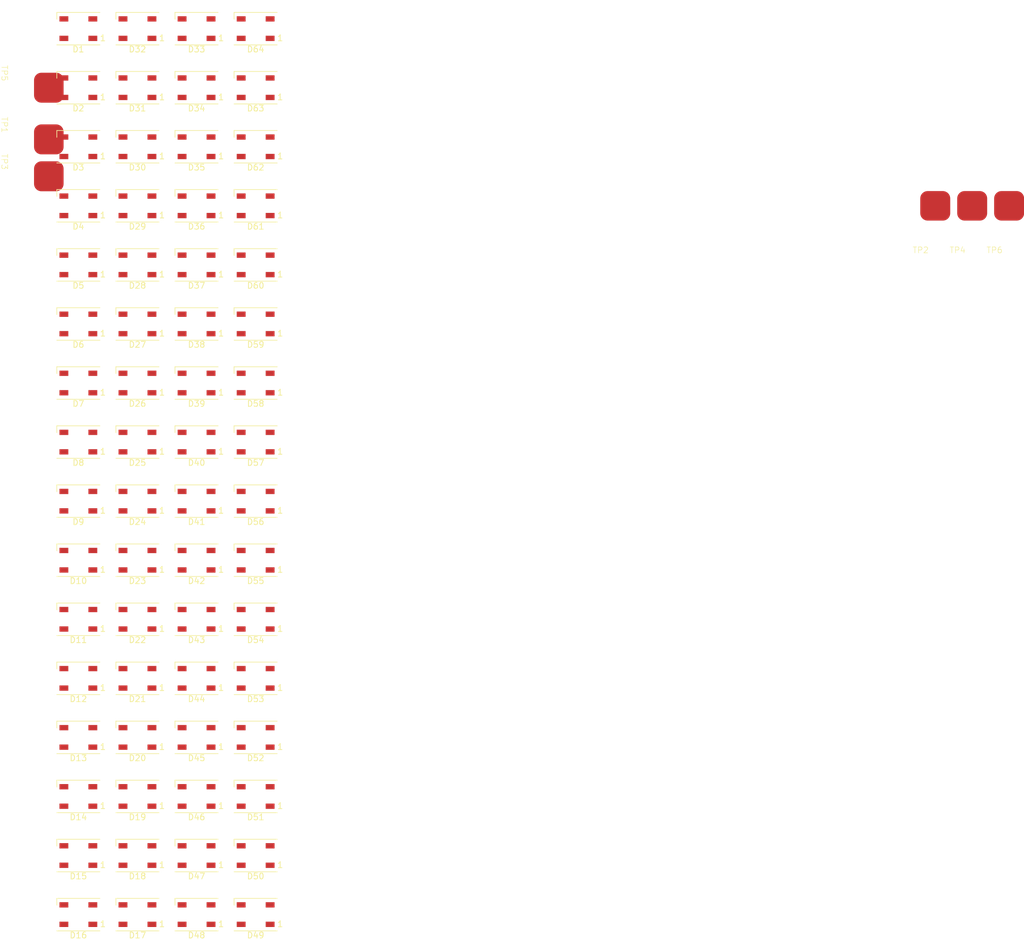
<source format=kicad_pcb>
(kicad_pcb (version 20240108) (generator "pcbnew") (generator_version "8.0")
  (layers (0 "F.Cu" signal) (31 "B.Cu" signal) (34 "B.Paste" user) (35 "F.Paste" user) (36 "B.SilkS" user "B.Silkscreen") (37 "F.SilkS" user "F.Silkscreen") (38 "B.Mask" user) (39 "F.Mask" user) (44 "Edge.Cuts" user))
  (net 0 "")
  (net 1 "+5V")
  (net 2 "Net-(D1-DIN)")
  (net 3 "GND")
  (net 4 "Net-(D1-DOUT)")
  (net 5 "Net-(D2-DOUT)")
  (net 6 "Net-(D3-DOUT)")
  (net 7 "Net-(D4-DOUT)")
  (net 8 "Net-(D5-DOUT)")
  (net 9 "Net-(D6-DOUT)")
  (net 10 "Net-(D7-DOUT)")
  (net 11 "Net-(D8-DOUT)")
  (net 12 "Net-(D10-DIN)")
  (net 13 "Net-(D10-DOUT)")
  (net 14 "Net-(D11-DOUT)")
  (net 15 "Net-(D12-DOUT)")
  (net 16 "Net-(D13-DOUT)")
  (net 17 "Net-(D14-DOUT)")
  (net 18 "Net-(D15-DOUT)")
  (net 19 "Net-(D16-DOUT)")
  (net 20 "Net-(D32-DOUT)")
  (net 21 "Net-(D33-DOUT)")
  (net 22 "Net-(D17-DOUT)")
  (net 23 "Net-(D35-DOUT)")
  (net 24 "Net-(D18-DOUT)")
  (net 25 "Net-(D19-DOUT)")
  (net 26 "Net-(D20-DOUT)")
  (net 27 "Net-(D21-DOUT)")
  (net 28 "Net-(D22-DOUT)")
  (net 29 "Net-(D23-DOUT)")
  (net 30 "Net-(D24-DOUT)")
  (net 31 "Net-(D25-DOUT)")
  (net 32 "Net-(D26-DOUT)")
  (net 33 "Net-(D27-DOUT)")
  (net 34 "Net-(D28-DOUT)")
  (net 35 "Net-(D29-DOUT)")
  (net 36 "Net-(D30-DOUT)")
  (net 37 "Net-(D31-DOUT)")
  (net 38 "Net-(D37-DOUT)")
  (net 39 "Net-(D39-DOUT)")
  (net 40 "Net-(D41-DOUT)")
  (net 41 "Net-(D43-DOUT)")
  (net 42 "Net-(D34-DOUT)")
  (net 43 "Net-(D45-DOUT)")
  (net 44 "Net-(D47-DOUT)")
  (net 45 "Net-(D36-DOUT)")
  (net 46 "Net-(D49-DOUT)")
  (net 47 "Net-(D38-DOUT)")
  (net 48 "Net-(D51-DOUT)")
  (net 49 "Net-(D40-DOUT)")
  (net 50 "Net-(D53-DOUT)")
  (net 51 "Net-(D42-DOUT)")
  (net 52 "Net-(D55-DOUT)")
  (net 53 "Net-(D44-DOUT)")
  (net 54 "Net-(D57-DOUT)")
  (net 55 "Net-(D46-DOUT)")
  (net 56 "Net-(D59-DOUT)")
  (net 57 "Net-(D48-DOUT)")
  (net 58 "Net-(D61-DOUT)")
  (net 59 "Net-(D50-DOUT)")
  (net 60 "Net-(D63-DOUT)")
  (net 61 "Net-(D52-DOUT)")
  (net 62 "Net-(D64-DOUT)")
  (net 63 "Net-(D54-DOUT)")
  (net 64 "Net-(D56-DOUT)")
  (net 65 "Net-(D58-DOUT)")
  (net 66 "Net-(D60-DOUT)")
  (net 67 "Net-(D62-DOUT)")
  (footprint "LED_SMD:LED_WS2812B_PLCC4_5.0x5.0mm_P3.2mm" (layer "F.Cu") (at 55 175 180)
    (property "Reference" "D49" (at 0 -3.5 180) (layer "F.SilkS"))
    (property "Value" "WS2812B")
    (fp_text user "1" (at -4.15 -1.6 180) (layer "F.SilkS"))
    (pad "1" smd rect (at -2.45 -1.65 180) (size 1.5 0.9) (layers "F.Cu" "F.Paste" "F.Mask") (net 1 "+5V"))
    (pad "2" smd rect (at -2.45 1.65 180) (size 1.5 0.9) (layers "F.Cu" "F.Paste" "F.Mask") (net 46 "Net-(D49-DOUT)"))
    (pad "3" smd rect (at 2.45 1.65 180) (size 1.5 0.9) (layers "F.Cu" "F.Paste" "F.Mask") (net 3 "GND"))
    (pad "4" smd rect (at 2.45 -1.65 180) (size 1.5 0.9) (layers "F.Cu" "F.Paste" "F.Mask") (net 57 "Net-(D48-DOUT)"))
  )
  (footprint "LED_SMD:LED_WS2812B_PLCC4_5.0x5.0mm_P3.2mm" (layer "F.Cu") (at 55 95 180)
    (property "Reference" "D57" (at 0 -3.5 180) (layer "F.SilkS"))
    (property "Value" "WS2812B")
    (fp_text user "1" (at -4.15 -1.6 180) (layer "F.SilkS"))
    (pad "1" smd rect (at -2.45 -1.65 180) (size 1.5 0.9) (layers "F.Cu" "F.Paste" "F.Mask") (net 1 "+5V"))
    (pad "2" smd rect (at -2.45 1.65 180) (size 1.5 0.9) (layers "F.Cu" "F.Paste" "F.Mask") (net 54 "Net-(D57-DOUT)"))
    (pad "3" smd rect (at 2.45 1.65 180) (size 1.5 0.9) (layers "F.Cu" "F.Paste" "F.Mask") (net 3 "GND"))
    (pad "4" smd rect (at 2.45 -1.65 180) (size 1.5 0.9) (layers "F.Cu" "F.Paste" "F.Mask") (net 64 "Net-(D56-DOUT)"))
  )
  (footprint "LED_SMD:LED_WS2812B_PLCC4_5.0x5.0mm_P3.2mm" (layer "F.Cu") (at 35 115 180)
    (property "Reference" "D23" (at 0 -3.5 180) (layer "F.SilkS"))
    (property "Value" "WS2812B")
    (fp_text user "1" (at -4.15 -1.6 180) (layer "F.SilkS"))
    (pad "1" smd rect (at -2.45 -1.65 180) (size 1.5 0.9) (layers "F.Cu" "F.Paste" "F.Mask") (net 1 "+5V"))
    (pad "2" smd rect (at -2.45 1.65 180) (size 1.5 0.9) (layers "F.Cu" "F.Paste" "F.Mask") (net 29 "Net-(D23-DOUT)"))
    (pad "3" smd rect (at 2.45 1.65 180) (size 1.5 0.9) (layers "F.Cu" "F.Paste" "F.Mask") (net 3 "GND"))
    (pad "4" smd rect (at 2.45 -1.65 180) (size 1.5 0.9) (layers "F.Cu" "F.Paste" "F.Mask") (net 28 "Net-(D22-DOUT)"))
  )
  (footprint "LED_SMD:LED_WS2812B_PLCC4_5.0x5.0mm_P3.2mm" (layer "F.Cu") (at 45 75 180)
    (property "Reference" "D38" (at 0 -3.5 180) (layer "F.SilkS"))
    (property "Value" "WS2812B")
    (fp_text user "1" (at -4.15 -1.6 180) (layer "F.SilkS"))
    (pad "1" smd rect (at -2.45 -1.65 180) (size 1.5 0.9) (layers "F.Cu" "F.Paste" "F.Mask") (net 1 "+5V"))
    (pad "2" smd rect (at -2.45 1.65 180) (size 1.5 0.9) (layers "F.Cu" "F.Paste" "F.Mask") (net 47 "Net-(D38-DOUT)"))
    (pad "3" smd rect (at 2.45 1.65 180) (size 1.5 0.9) (layers "F.Cu" "F.Paste" "F.Mask") (net 3 "GND"))
    (pad "4" smd rect (at 2.45 -1.65 180) (size 1.5 0.9) (layers "F.Cu" "F.Paste" "F.Mask") (net 38 "Net-(D37-DOUT)"))
  )
  (footprint "LED_SMD:LED_WS2812B_PLCC4_5.0x5.0mm_P3.2mm" (layer "F.Cu") (at 45 25 180)
    (property "Reference" "D33" (at 0 -3.5 180) (layer "F.SilkS"))
    (property "Value" "WS2812B")
    (fp_text user "1" (at -4.15 -1.6 180) (layer "F.SilkS"))
    (pad "1" smd rect (at -2.45 -1.65 180) (size 1.5 0.9) (layers "F.Cu" "F.Paste" "F.Mask") (net 1 "+5V"))
    (pad "2" smd rect (at -2.45 1.65 180) (size 1.5 0.9) (layers "F.Cu" "F.Paste" "F.Mask") (net 21 "Net-(D33-DOUT)"))
    (pad "3" smd rect (at 2.45 1.65 180) (size 1.5 0.9) (layers "F.Cu" "F.Paste" "F.Mask") (net 3 "GND"))
    (pad "4" smd rect (at 2.45 -1.65 180) (size 1.5 0.9) (layers "F.Cu" "F.Paste" "F.Mask") (net 20 "Net-(D32-DOUT)"))
  )
  (footprint "LED_SMD:LED_WS2812B_PLCC4_5.0x5.0mm_P3.2mm" (layer "F.Cu") (at 35 155 180)
    (property "Reference" "D19" (at 0 -3.5 180) (layer "F.SilkS"))
    (property "Value" "WS2812B")
    (fp_text user "1" (at -4.15 -1.6 180) (layer "F.SilkS"))
    (pad "1" smd rect (at -2.45 -1.65 180) (size 1.5 0.9) (layers "F.Cu" "F.Paste" "F.Mask") (net 1 "+5V"))
    (pad "2" smd rect (at -2.45 1.65 180) (size 1.5 0.9) (layers "F.Cu" "F.Paste" "F.Mask") (net 25 "Net-(D19-DOUT)"))
    (pad "3" smd rect (at 2.45 1.65 180) (size 1.5 0.9) (layers "F.Cu" "F.Paste" "F.Mask") (net 3 "GND"))
    (pad "4" smd rect (at 2.45 -1.65 180) (size 1.5 0.9) (layers "F.Cu" "F.Paste" "F.Mask") (net 24 "Net-(D18-DOUT)"))
  )
  (footprint "LED_SMD:LED_WS2812B_PLCC4_5.0x5.0mm_P3.2mm" (layer "F.Cu") (at 25 165 180)
    (property "Reference" "D15" (at 0 -3.5 180) (layer "F.SilkS"))
    (property "Value" "WS2812B")
    (fp_text user "1" (at -4.15 -1.6 180) (layer "F.SilkS"))
    (pad "1" smd rect (at -2.45 -1.65 180) (size 1.5 0.9) (layers "F.Cu" "F.Paste" "F.Mask") (net 1 "+5V"))
    (pad "2" smd rect (at -2.45 1.65 180) (size 1.5 0.9) (layers "F.Cu" "F.Paste" "F.Mask") (net 18 "Net-(D15-DOUT)"))
    (pad "3" smd rect (at 2.45 1.65 180) (size 1.5 0.9) (layers "F.Cu" "F.Paste" "F.Mask") (net 3 "GND"))
    (pad "4" smd rect (at 2.45 -1.65 180) (size 1.5 0.9) (layers "F.Cu" "F.Paste" "F.Mask") (net 17 "Net-(D14-DOUT)"))
  )
  (footprint "LED_SMD:LED_WS2812B_PLCC4_5.0x5.0mm_P3.2mm" (layer "F.Cu") (at 55 165 180)
    (property "Reference" "D50" (at 0 -3.5 180) (layer "F.SilkS"))
    (property "Value" "WS2812B")
    (fp_text user "1" (at -4.15 -1.6 180) (layer "F.SilkS"))
    (pad "1" smd rect (at -2.45 -1.65 180) (size 1.5 0.9) (layers "F.Cu" "F.Paste" "F.Mask") (net 1 "+5V"))
    (pad "2" smd rect (at -2.45 1.65 180) (size 1.5 0.9) (layers "F.Cu" "F.Paste" "F.Mask") (net 59 "Net-(D50-DOUT)"))
    (pad "3" smd rect (at 2.45 1.65 180) (size 1.5 0.9) (layers "F.Cu" "F.Paste" "F.Mask") (net 3 "GND"))
    (pad "4" smd rect (at 2.45 -1.65 180) (size 1.5 0.9) (layers "F.Cu" "F.Paste" "F.Mask") (net 46 "Net-(D49-DOUT)"))
  )
  (footprint "LED_SMD:LED_WS2812B_PLCC4_5.0x5.0mm_P3.2mm" (layer "F.Cu") (at 25 25 180)
    (property "Reference" "D1" (at 0 -3.5 180) (layer "F.SilkS"))
    (property "Value" "WS2812B")
    (fp_text user "1" (at -4.15 -1.6 180) (layer "F.SilkS"))
    (pad "1" smd rect (at -2.45 -1.65 180) (size 1.5 0.9) (layers "F.Cu" "F.Paste" "F.Mask") (net 1 "+5V"))
    (pad "2" smd rect (at -2.45 1.65 180) (size 1.5 0.9) (layers "F.Cu" "F.Paste" "F.Mask") (net 4 "Net-(D1-DOUT)"))
    (pad "3" smd rect (at 2.45 1.65 180) (size 1.5 0.9) (layers "F.Cu" "F.Paste" "F.Mask") (net 3 "GND"))
    (pad "4" smd rect (at 2.45 -1.65 180) (size 1.5 0.9) (layers "F.Cu" "F.Paste" "F.Mask") (net 2 "Net-(D1-DIN)"))
  )
  (footprint "LED_SMD:LED_WS2812B_PLCC4_5.0x5.0mm_P3.2mm" (layer "F.Cu") (at 25 95 180)
    (property "Reference" "D8" (at 0 -3.5 180) (layer "F.SilkS"))
    (property "Value" "WS2812B")
    (fp_text user "1" (at -4.15 -1.6 180) (layer "F.SilkS"))
    (pad "1" smd rect (at -2.45 -1.65 180) (size 1.5 0.9) (layers "F.Cu" "F.Paste" "F.Mask") (net 1 "+5V"))
    (pad "2" smd rect (at -2.45 1.65 180) (size 1.5 0.9) (layers "F.Cu" "F.Paste" "F.Mask") (net 11 "Net-(D8-DOUT)"))
    (pad "3" smd rect (at 2.45 1.65 180) (size 1.5 0.9) (layers "F.Cu" "F.Paste" "F.Mask") (net 3 "GND"))
    (pad "4" smd rect (at 2.45 -1.65 180) (size 1.5 0.9) (layers "F.Cu" "F.Paste" "F.Mask") (net 10 "Net-(D7-DOUT)"))
  )
  (footprint "LED_SMD:LED_WS2812B_PLCC4_5.0x5.0mm_P3.2mm" (layer "F.Cu") (at 45 165 180)
    (property "Reference" "D47" (at 0 -3.5 180) (layer "F.SilkS"))
    (property "Value" "WS2812B")
    (fp_text user "1" (at -4.15 -1.6 180) (layer "F.SilkS"))
    (pad "1" smd rect (at -2.45 -1.65 180) (size 1.5 0.9) (layers "F.Cu" "F.Paste" "F.Mask") (net 1 "+5V"))
    (pad "2" smd rect (at -2.45 1.65 180) (size 1.5 0.9) (layers "F.Cu" "F.Paste" "F.Mask") (net 44 "Net-(D47-DOUT)"))
    (pad "3" smd rect (at 2.45 1.65 180) (size 1.5 0.9) (layers "F.Cu" "F.Paste" "F.Mask") (net 3 "GND"))
    (pad "4" smd rect (at 2.45 -1.65 180) (size 1.5 0.9) (layers "F.Cu" "F.Paste" "F.Mask") (net 55 "Net-(D46-DOUT)"))
  )
  (footprint "LED_SMD:LED_WS2812B_PLCC4_5.0x5.0mm_P3.2mm" (layer "F.Cu") (at 55 135 180)
    (property "Reference" "D53" (at 0 -3.5 180) (layer "F.SilkS"))
    (property "Value" "WS2812B")
    (fp_text user "1" (at -4.15 -1.6 180) (layer "F.SilkS"))
    (pad "1" smd rect (at -2.45 -1.65 180) (size 1.5 0.9) (layers "F.Cu" "F.Paste" "F.Mask") (net 1 "+5V"))
    (pad "2" smd rect (at -2.45 1.65 180) (size 1.5 0.9) (layers "F.Cu" "F.Paste" "F.Mask") (net 50 "Net-(D53-DOUT)"))
    (pad "3" smd rect (at 2.45 1.65 180) (size 1.5 0.9) (layers "F.Cu" "F.Paste" "F.Mask") (net 3 "GND"))
    (pad "4" smd rect (at 2.45 -1.65 180) (size 1.5 0.9) (layers "F.Cu" "F.Paste" "F.Mask") (net 61 "Net-(D52-DOUT)"))
  )
  (footprint "LED_SMD:LED_WS2812B_PLCC4_5.0x5.0mm_P3.2mm" (layer "F.Cu") (at 55 75 180)
    (property "Reference" "D59" (at 0 -3.5 180) (layer "F.SilkS"))
    (property "Value" "WS2812B")
    (fp_text user "1" (at -4.15 -1.6 180) (layer "F.SilkS"))
    (pad "1" smd rect (at -2.45 -1.65 180) (size 1.5 0.9) (layers "F.Cu" "F.Paste" "F.Mask") (net 1 "+5V"))
    (pad "2" smd rect (at -2.45 1.65 180) (size 1.5 0.9) (layers "F.Cu" "F.Paste" "F.Mask") (net 56 "Net-(D59-DOUT)"))
    (pad "3" smd rect (at 2.45 1.65 180) (size 1.5 0.9) (layers "F.Cu" "F.Paste" "F.Mask") (net 3 "GND"))
    (pad "4" smd rect (at 2.45 -1.65 180) (size 1.5 0.9) (layers "F.Cu" "F.Paste" "F.Mask") (net 65 "Net-(D58-DOUT)"))
  )
  (footprint "LED_SMD:LED_WS2812B_PLCC4_5.0x5.0mm_P3.2mm" (layer "F.Cu") (at 25 135 180)
    (property "Reference" "D12" (at 0 -3.5 180) (layer "F.SilkS"))
    (property "Value" "WS2812B")
    (fp_text user "1" (at -4.15 -1.6 180) (layer "F.SilkS"))
    (pad "1" smd rect (at -2.45 -1.65 180) (size 1.5 0.9) (layers "F.Cu" "F.Paste" "F.Mask") (net 1 "+5V"))
    (pad "2" smd rect (at -2.45 1.65 180) (size 1.5 0.9) (layers "F.Cu" "F.Paste" "F.Mask") (net 15 "Net-(D12-DOUT)"))
    (pad "3" smd rect (at 2.45 1.65 180) (size 1.5 0.9) (layers "F.Cu" "F.Paste" "F.Mask") (net 3 "GND"))
    (pad "4" smd rect (at 2.45 -1.65 180) (size 1.5 0.9) (layers "F.Cu" "F.Paste" "F.Mask") (net 14 "Net-(D11-DOUT)"))
  )
  (footprint "LED_SMD:LED_WS2812B_PLCC4_5.0x5.0mm_P3.2mm" (layer "F.Cu") (at 25 105 180)
    (property "Reference" "D9" (at 0 -3.5 180) (layer "F.SilkS"))
    (property "Value" "WS2812B")
    (fp_text user "1" (at -4.15 -1.6 180) (layer "F.SilkS"))
    (pad "1" smd rect (at -2.45 -1.65 180) (size 1.5 0.9) (layers "F.Cu" "F.Paste" "F.Mask") (net 1 "+5V"))
    (pad "2" smd rect (at -2.45 1.65 180) (size 1.5 0.9) (layers "F.Cu" "F.Paste" "F.Mask") (net 12 "Net-(D10-DIN)"))
    (pad "3" smd rect (at 2.45 1.65 180) (size 1.5 0.9) (layers "F.Cu" "F.Paste" "F.Mask") (net 3 "GND"))
    (pad "4" smd rect (at 2.45 -1.65 180) (size 1.5 0.9) (layers "F.Cu" "F.Paste" "F.Mask") (net 11 "Net-(D8-DOUT)"))
  )
  (footprint "LED_SMD:LED_WS2812B_PLCC4_5.0x5.0mm_P3.2mm" (layer "F.Cu") (at 35 45 180)
    (property "Reference" "D30" (at 0 -3.5 180) (layer "F.SilkS"))
    (property "Value" "WS2812B")
    (fp_text user "1" (at -4.15 -1.6 180) (layer "F.SilkS"))
    (pad "1" smd rect (at -2.45 -1.65 180) (size 1.5 0.9) (layers "F.Cu" "F.Paste" "F.Mask") (net 1 "+5V"))
    (pad "2" smd rect (at -2.45 1.65 180) (size 1.5 0.9) (layers "F.Cu" "F.Paste" "F.Mask") (net 36 "Net-(D30-DOUT)"))
    (pad "3" smd rect (at 2.45 1.65 180) (size 1.5 0.9) (layers "F.Cu" "F.Paste" "F.Mask") (net 3 "GND"))
    (pad "4" smd rect (at 2.45 -1.65 180) (size 1.5 0.9) (layers "F.Cu" "F.Paste" "F.Mask") (net 35 "Net-(D29-DOUT)"))
  )
  (footprint "LED_SMD:LED_WS2812B_PLCC4_5.0x5.0mm_P3.2mm" (layer "F.Cu") (at 45 35 180)
    (property "Reference" "D34" (at 0 -3.5 180) (layer "F.SilkS"))
    (property "Value" "WS2812B")
    (fp_text user "1" (at -4.15 -1.6 180) (layer "F.SilkS"))
    (pad "1" smd rect (at -2.45 -1.65 180) (size 1.5 0.9) (layers "F.Cu" "F.Paste" "F.Mask") (net 1 "+5V"))
    (pad "2" smd rect (at -2.45 1.65 180) (size 1.5 0.9) (layers "F.Cu" "F.Paste" "F.Mask") (net 42 "Net-(D34-DOUT)"))
    (pad "3" smd rect (at 2.45 1.65 180) (size 1.5 0.9) (layers "F.Cu" "F.Paste" "F.Mask") (net 3 "GND"))
    (pad "4" smd rect (at 2.45 -1.65 180) (size 1.5 0.9) (layers "F.Cu" "F.Paste" "F.Mask") (net 21 "Net-(D33-DOUT)"))
  )
  (footprint "LED_SMD:LED_WS2812B_PLCC4_5.0x5.0mm_P3.2mm" (layer "F.Cu") (at 45 115 180)
    (property "Reference" "D42" (at 0 -3.5 180) (layer "F.SilkS"))
    (property "Value" "WS2812B")
    (fp_text user "1" (at -4.15 -1.6 180) (layer "F.SilkS"))
    (pad "1" smd rect (at -2.45 -1.65 180) (size 1.5 0.9) (layers "F.Cu" "F.Paste" "F.Mask") (net 1 "+5V"))
    (pad "2" smd rect (at -2.45 1.65 180) (size 1.5 0.9) (layers "F.Cu" "F.Paste" "F.Mask") (net 51 "Net-(D42-DOUT)"))
    (pad "3" smd rect (at 2.45 1.65 180) (size 1.5 0.9) (layers "F.Cu" "F.Paste" "F.Mask") (net 3 "GND"))
    (pad "4" smd rect (at 2.45 -1.65 180) (size 1.5 0.9) (layers "F.Cu" "F.Paste" "F.Mask") (net 40 "Net-(D41-DOUT)"))
  )
  (footprint "Pegoku:TestPoint" (layer "F.Cu") (at 167.53575 57.5)
    (property "Reference" "TP2" (at 0 5 0) (layer "F.SilkS") (effects (font (thickness 0.1))))
    (property "Value" "TestPoint")
    (pad "1" smd roundrect (at 2.46425 -2.5) (size 5.0715 5) (layers "F.Cu" "F.Paste" "F.Mask") (net 1 "+5V"))
  )
  (footprint "LED_SMD:LED_WS2812B_PLCC4_5.0x5.0mm_P3.2mm" (layer "F.Cu") (at 25 155 180)
    (property "Reference" "D14" (at 0 -3.5 180) (layer "F.SilkS"))
    (property "Value" "WS2812B")
    (fp_text user "1" (at -4.15 -1.6 180) (layer "F.SilkS"))
    (pad "1" smd rect (at -2.45 -1.65 180) (size 1.5 0.9) (layers "F.Cu" "F.Paste" "F.Mask") (net 1 "+5V"))
    (pad "2" smd rect (at -2.45 1.65 180) (size 1.5 0.9) (layers "F.Cu" "F.Paste" "F.Mask") (net 17 "Net-(D14-DOUT)"))
    (pad "3" smd rect (at 2.45 1.65 180) (size 1.5 0.9) (layers "F.Cu" "F.Paste" "F.Mask") (net 3 "GND"))
    (pad "4" smd rect (at 2.45 -1.65 180) (size 1.5 0.9) (layers "F.Cu" "F.Paste" "F.Mask") (net 16 "Net-(D13-DOUT)"))
  )
  (footprint "LED_SMD:LED_WS2812B_PLCC4_5.0x5.0mm_P3.2mm" (layer "F.Cu") (at 35 85 180)
    (property "Reference" "D26" (at 0 -3.5 180) (layer "F.SilkS"))
    (property "Value" "WS2812B")
    (fp_text user "1" (at -4.15 -1.6 180) (layer "F.SilkS"))
    (pad "1" smd rect (at -2.45 -1.65 180) (size 1.5 0.9) (layers "F.Cu" "F.Paste" "F.Mask") (net 1 "+5V"))
    (pad "2" smd rect (at -2.45 1.65 180) (size 1.5 0.9) (layers "F.Cu" "F.Paste" "F.Mask") (net 32 "Net-(D26-DOUT)"))
    (pad "3" smd rect (at 2.45 1.65 180) (size 1.5 0.9) (layers "F.Cu" "F.Paste" "F.Mask") (net 3 "GND"))
    (pad "4" smd rect (at 2.45 -1.65 180) (size 1.5 0.9) (layers "F.Cu" "F.Paste" "F.Mask") (net 31 "Net-(D25-DOUT)"))
  )
  (footprint "LED_SMD:LED_WS2812B_PLCC4_5.0x5.0mm_P3.2mm" (layer "F.Cu") (at 55 105 180)
    (property "Reference" "D56" (at 0 -3.5 180) (layer "F.SilkS"))
    (property "Value" "WS2812B")
    (fp_text user "1" (at -4.15 -1.6 180) (layer "F.SilkS"))
    (pad "1" smd rect (at -2.45 -1.65 180) (size 1.5 0.9) (layers "F.Cu" "F.Paste" "F.Mask") (net 1 "+5V"))
    (pad "2" smd rect (at -2.45 1.65 180) (size 1.5 0.9) (layers "F.Cu" "F.Paste" "F.Mask") (net 64 "Net-(D56-DOUT)"))
    (pad "3" smd rect (at 2.45 1.65 180) (size 1.5 0.9) (layers "F.Cu" "F.Paste" "F.Mask") (net 3 "GND"))
    (pad "4" smd rect (at 2.45 -1.65 180) (size 1.5 0.9) (layers "F.Cu" "F.Paste" "F.Mask") (net 52 "Net-(D55-DOUT)"))
  )
  (footprint "LED_SMD:LED_WS2812B_PLCC4_5.0x5.0mm_P3.2mm" (layer "F.Cu") (at 25 45 180)
    (property "Reference" "D3" (at 0 -3.5 180) (layer "F.SilkS"))
    (property "Value" "WS2812B")
    (fp_text user "1" (at -4.15 -1.6 180) (layer "F.SilkS"))
    (pad "1" smd rect (at -2.45 -1.65 180) (size 1.5 0.9) (layers "F.Cu" "F.Paste" "F.Mask") (net 1 "+5V"))
    (pad "2" smd rect (at -2.45 1.65 180) (size 1.5 0.9) (layers "F.Cu" "F.Paste" "F.Mask") (net 6 "Net-(D3-DOUT)"))
    (pad "3" smd rect (at 2.45 1.65 180) (size 1.5 0.9) (layers "F.Cu" "F.Paste" "F.Mask") (net 3 "GND"))
    (pad "4" smd rect (at 2.45 -1.65 180) (size 1.5 0.9) (layers "F.Cu" "F.Paste" "F.Mask") (net 5 "Net-(D2-DOUT)"))
  )
  (footprint "LED_SMD:LED_WS2812B_PLCC4_5.0x5.0mm_P3.2mm" (layer "F.Cu") (at 55 145 180)
    (property "Reference" "D52" (at 0 -3.5 180) (layer "F.SilkS"))
    (property "Value" "WS2812B")
    (fp_text user "1" (at -4.15 -1.6 180) (layer "F.SilkS"))
    (pad "1" smd rect (at -2.45 -1.65 180) (size 1.5 0.9) (layers "F.Cu" "F.Paste" "F.Mask") (net 1 "+5V"))
    (pad "2" smd rect (at -2.45 1.65 180) (size 1.5 0.9) (layers "F.Cu" "F.Paste" "F.Mask") (net 61 "Net-(D52-DOUT)"))
    (pad "3" smd rect (at 2.45 1.65 180) (size 1.5 0.9) (layers "F.Cu" "F.Paste" "F.Mask") (net 3 "GND"))
    (pad "4" smd rect (at 2.45 -1.65 180) (size 1.5 0.9) (layers "F.Cu" "F.Paste" "F.Mask") (net 48 "Net-(D51-DOUT)"))
  )
  (footprint "LED_SMD:LED_WS2812B_PLCC4_5.0x5.0mm_P3.2mm" (layer "F.Cu") (at 45 55 180)
    (property "Reference" "D36" (at 0 -3.5 180) (layer "F.SilkS"))
    (property "Value" "WS2812B")
    (fp_text user "1" (at -4.15 -1.6 180) (layer "F.SilkS"))
    (pad "1" smd rect (at -2.45 -1.65 180) (size 1.5 0.9) (layers "F.Cu" "F.Paste" "F.Mask") (net 1 "+5V"))
    (pad "2" smd rect (at -2.45 1.65 180) (size 1.5 0.9) (layers "F.Cu" "F.Paste" "F.Mask") (net 45 "Net-(D36-DOUT)"))
    (pad "3" smd rect (at 2.45 1.65 180) (size 1.5 0.9) (layers "F.Cu" "F.Paste" "F.Mask") (net 3 "GND"))
    (pad "4" smd rect (at 2.45 -1.65 180) (size 1.5 0.9) (layers "F.Cu" "F.Paste" "F.Mask") (net 23 "Net-(D35-DOUT)"))
  )
  (footprint "LED_SMD:LED_WS2812B_PLCC4_5.0x5.0mm_P3.2mm" (layer "F.Cu") (at 25 125 180)
    (property "Reference" "D11" (at 0 -3.5 180) (layer "F.SilkS"))
    (property "Value" "WS2812B")
    (fp_text user "1" (at -4.15 -1.6 180) (layer "F.SilkS"))
    (pad "1" smd rect (at -2.45 -1.65 180) (size 1.5 0.9) (layers "F.Cu" "F.Paste" "F.Mask") (net 1 "+5V"))
    (pad "2" smd rect (at -2.45 1.65 180) (size 1.5 0.9) (layers "F.Cu" "F.Paste" "F.Mask") (net 14 "Net-(D11-DOUT)"))
    (pad "3" smd rect (at 2.45 1.65 180) (size 1.5 0.9) (layers "F.Cu" "F.Paste" "F.Mask") (net 3 "GND"))
    (pad "4" smd rect (at 2.45 -1.65 180) (size 1.5 0.9) (layers "F.Cu" "F.Paste" "F.Mask") (net 13 "Net-(D10-DOUT)"))
  )
  (footprint "LED_SMD:LED_WS2812B_PLCC4_5.0x5.0mm_P3.2mm" (layer "F.Cu") (at 35 75 180)
    (property "Reference" "D27" (at 0 -3.5 180) (layer "F.SilkS"))
    (property "Value" "WS2812B")
    (fp_text user "1" (at -4.15 -1.6 180) (layer "F.SilkS"))
    (pad "1" smd rect (at -2.45 -1.65 180) (size 1.5 0.9) (layers "F.Cu" "F.Paste" "F.Mask") (net 1 "+5V"))
    (pad "2" smd rect (at -2.45 1.65 180) (size 1.5 0.9) (layers "F.Cu" "F.Paste" "F.Mask") (net 33 "Net-(D27-DOUT)"))
    (pad "3" smd rect (at 2.45 1.65 180) (size 1.5 0.9) (layers "F.Cu" "F.Paste" "F.Mask") (net 3 "GND"))
    (pad "4" smd rect (at 2.45 -1.65 180) (size 1.5 0.9) (layers "F.Cu" "F.Paste" "F.Mask") (net 32 "Net-(D26-DOUT)"))
  )
  (footprint "LED_SMD:LED_WS2812B_PLCC4_5.0x5.0mm_P3.2mm" (layer "F.Cu") (at 25 65 180)
    (property "Reference" "D5" (at 0 -3.5 180) (layer "F.SilkS"))
    (property "Value" "WS2812B")
    (fp_text user "1" (at -4.15 -1.6 180) (layer "F.SilkS"))
    (pad "1" smd rect (at -2.45 -1.65 180) (size 1.5 0.9) (layers "F.Cu" "F.Paste" "F.Mask") (net 1 "+5V"))
    (pad "2" smd rect (at -2.45 1.65 180) (size 1.5 0.9) (layers "F.Cu" "F.Paste" "F.Mask") (net 8 "Net-(D5-DOUT)"))
    (pad "3" smd rect (at 2.45 1.65 180) (size 1.5 0.9) (layers "F.Cu" "F.Paste" "F.Mask") (net 3 "GND"))
    (pad "4" smd rect (at 2.45 -1.65 180) (size 1.5 0.9) (layers "F.Cu" "F.Paste" "F.Mask") (net 7 "Net-(D4-DOUT)"))
  )
  (footprint "LED_SMD:LED_WS2812B_PLCC4_5.0x5.0mm_P3.2mm" (layer "F.Cu") (at 35 25 180)
    (property "Reference" "D32" (at 0 -3.5 180) (layer "F.SilkS"))
    (property "Value" "WS2812B")
    (fp_text user "1" (at -4.15 -1.6 180) (layer "F.SilkS"))
    (pad "1" smd rect (at -2.45 -1.65 180) (size 1.5 0.9) (layers "F.Cu" "F.Paste" "F.Mask") (net 1 "+5V"))
    (pad "2" smd rect (at -2.45 1.65 180) (size 1.5 0.9) (layers "F.Cu" "F.Paste" "F.Mask") (net 20 "Net-(D32-DOUT)"))
    (pad "3" smd rect (at 2.45 1.65 180) (size 1.5 0.9) (layers "F.Cu" "F.Paste" "F.Mask") (net 3 "GND"))
    (pad "4" smd rect (at 2.45 -1.65 180) (size 1.5 0.9) (layers "F.Cu" "F.Paste" "F.Mask") (net 37 "Net-(D31-DOUT)"))
  )
  (footprint "LED_SMD:LED_WS2812B_PLCC4_5.0x5.0mm_P3.2mm" (layer "F.Cu") (at 55 25 180)
    (property "Reference" "D64" (at 0 -3.5 180) (layer "F.SilkS"))
    (property "Value" "WS2812B")
    (fp_text user "1" (at -4.15 -1.6 180) (layer "F.SilkS"))
    (pad "1" smd rect (at -2.45 -1.65 180) (size 1.5 0.9) (layers "F.Cu" "F.Paste" "F.Mask") (net 1 "+5V"))
    (pad "2" smd rect (at -2.45 1.65 180) (size 1.5 0.9) (layers "F.Cu" "F.Paste" "F.Mask") (net 62 "Net-(D64-DOUT)"))
    (pad "3" smd rect (at 2.45 1.65 180) (size 1.5 0.9) (layers "F.Cu" "F.Paste" "F.Mask") (net 3 "GND"))
    (pad "4" smd rect (at 2.45 -1.65 180) (size 1.5 0.9) (layers "F.Cu" "F.Paste" "F.Mask") (net 60 "Net-(D63-DOUT)"))
  )
  (footprint "LED_SMD:LED_WS2812B_PLCC4_5.0x5.0mm_P3.2mm" (layer "F.Cu") (at 45 145 180)
    (property "Reference" "D45" (at 0 -3.5 180) (layer "F.SilkS"))
    (property "Value" "WS2812B")
    (fp_text user "1" (at -4.15 -1.6 180) (layer "F.SilkS"))
    (pad "1" smd rect (at -2.45 -1.65 180) (size 1.5 0.9) (layers "F.Cu" "F.Paste" "F.Mask") (net 1 "+5V"))
    (pad "2" smd rect (at -2.45 1.65 180) (size 1.5 0.9) (layers "F.Cu" "F.Paste" "F.Mask") (net 43 "Net-(D45-DOUT)"))
    (pad "3" smd rect (at 2.45 1.65 180) (size 1.5 0.9) (layers "F.Cu" "F.Paste" "F.Mask") (net 3 "GND"))
    (pad "4" smd rect (at 2.45 -1.65 180) (size 1.5 0.9) (layers "F.Cu" "F.Paste" "F.Mask") (net 53 "Net-(D44-DOUT)"))
  )
  (footprint "LED_SMD:LED_WS2812B_PLCC4_5.0x5.0mm_P3.2mm" (layer "F.Cu") (at 35 165 180)
    (property "Reference" "D18" (at 0 -3.5 180) (layer "F.SilkS"))
    (property "Value" "WS2812B")
    (fp_text user "1" (at -4.15 -1.6 180) (layer "F.SilkS"))
    (pad "1" smd rect (at -2.45 -1.65 180) (size 1.5 0.9) (layers "F.Cu" "F.Paste" "F.Mask") (net 1 "+5V"))
    (pad "2" smd rect (at -2.45 1.65 180) (size 1.5 0.9) (layers "F.Cu" "F.Paste" "F.Mask") (net 24 "Net-(D18-DOUT)"))
    (pad "3" smd rect (at 2.45 1.65 180) (size 1.5 0.9) (layers "F.Cu" "F.Paste" "F.Mask") (net 3 "GND"))
    (pad "4" smd rect (at 2.45 -1.65 180) (size 1.5 0.9) (layers "F.Cu" "F.Paste" "F.Mask") (net 22 "Net-(D17-DOUT)"))
  )
  (footprint "LED_SMD:LED_WS2812B_PLCC4_5.0x5.0mm_P3.2mm" (layer "F.Cu") (at 55 45 180)
    (property "Reference" "D62" (at 0 -3.5 180) (layer "F.SilkS"))
    (property "Value" "WS2812B")
    (fp_text user "1" (at -4.15 -1.6 180) (layer "F.SilkS"))
    (pad "1" smd rect (at -2.45 -1.65 180) (size 1.5 0.9) (layers "F.Cu" "F.Paste" "F.Mask") (net 1 "+5V"))
    (pad "2" smd rect (at -2.45 1.65 180) (size 1.5 0.9) (layers "F.Cu" "F.Paste" "F.Mask") (net 67 "Net-(D62-DOUT)"))
    (pad "3" smd rect (at 2.45 1.65 180) (size 1.5 0.9) (layers "F.Cu" "F.Paste" "F.Mask") (net 3 "GND"))
    (pad "4" smd rect (at 2.45 -1.65 180) (size 1.5 0.9) (layers "F.Cu" "F.Paste" "F.Mask") (net 58 "Net-(D61-DOUT)"))
  )
  (footprint "LED_SMD:LED_WS2812B_PLCC4_5.0x5.0mm_P3.2mm" (layer "F.Cu") (at 25 145 180)
    (property "Reference" "D13" (at 0 -3.5 180) (layer "F.SilkS"))
    (property "Value" "WS2812B")
    (fp_text user "1" (at -4.15 -1.6 180) (layer "F.SilkS"))
    (pad "1" smd rect (at -2.45 -1.65 180) (size 1.5 0.9) (layers "F.Cu" "F.Paste" "F.Mask") (net 1 "+5V"))
    (pad "2" smd rect (at -2.45 1.65 180) (size 1.5 0.9) (layers "F.Cu" "F.Paste" "F.Mask") (net 16 "Net-(D13-DOUT)"))
    (pad "3" smd rect (at 2.45 1.65 180) (size 1.5 0.9) (layers "F.Cu" "F.Paste" "F.Mask") (net 3 "GND"))
    (pad "4" smd rect (at 2.45 -1.65 180) (size 1.5 0.9) (layers "F.Cu" "F.Paste" "F.Mask") (net 15 "Net-(D12-DOUT)"))
  )
  (footprint "LED_SMD:LED_WS2812B_PLCC4_5.0x5.0mm_P3.2mm" (layer "F.Cu") (at 45 65 180)
    (property "Reference" "D37" (at 0 -3.5 180) (layer "F.SilkS"))
    (property "Value" "WS2812B")
    (fp_text user "1" (at -4.15 -1.6 180) (layer "F.SilkS"))
    (pad "1" smd rect (at -2.45 -1.65 180) (size 1.5 0.9) (layers "F.Cu" "F.Paste" "F.Mask") (net 1 "+5V"))
    (pad "2" smd rect (at -2.45 1.65 180) (size 1.5 0.9) (layers "F.Cu" "F.Paste" "F.Mask") (net 38 "Net-(D37-DOUT)"))
    (pad "3" smd rect (at 2.45 1.65 180) (size 1.5 0.9) (layers "F.Cu" "F.Paste" "F.Mask") (net 3 "GND"))
    (pad "4" smd rect (at 2.45 -1.65 180) (size 1.5 0.9) (layers "F.Cu" "F.Paste" "F.Mask") (net 45 "Net-(D36-DOUT)"))
  )
  (footprint "LED_SMD:LED_WS2812B_PLCC4_5.0x5.0mm_P3.2mm" (layer "F.Cu") (at 35 125 180)
    (property "Reference" "D22" (at 0 -3.5 180) (layer "F.SilkS"))
    (property "Value" "WS2812B")
    (fp_text user "1" (at -4.15 -1.6 180) (layer "F.SilkS"))
    (pad "1" smd rect (at -2.45 -1.65 180) (size 1.5 0.9) (layers "F.Cu" "F.Paste" "F.Mask") (net 1 "+5V"))
    (pad "2" smd rect (at -2.45 1.65 180) (size 1.5 0.9) (layers "F.Cu" "F.Paste" "F.Mask") (net 28 "Net-(D22-DOUT)"))
    (pad "3" smd rect (at 2.45 1.65 180) (size 1.5 0.9) (layers "F.Cu" "F.Paste" "F.Mask") (net 3 "GND"))
    (pad "4" smd rect (at 2.45 -1.65 180) (size 1.5 0.9) (layers "F.Cu" "F.Paste" "F.Mask") (net 27 "Net-(D21-DOUT)"))
  )
  (footprint "LED_SMD:LED_WS2812B_PLCC4_5.0x5.0mm_P3.2mm" (layer "F.Cu") (at 45 125 180)
    (property "Reference" "D43" (at 0 -3.5 180) (layer "F.SilkS"))
    (property "Value" "WS2812B")
    (fp_text user "1" (at -4.15 -1.6 180) (layer "F.SilkS"))
    (pad "1" smd rect (at -2.45 -1.65 180) (size 1.5 0.9) (layers "F.Cu" "F.Paste" "F.Mask") (net 1 "+5V"))
    (pad "2" smd rect (at -2.45 1.65 180) (size 1.5 0.9) (layers "F.Cu" "F.Paste" "F.Mask") (net 41 "Net-(D43-DOUT)"))
    (pad "3" smd rect (at 2.45 1.65 180) (size 1.5 0.9) (layers "F.Cu" "F.Paste" "F.Mask") (net 3 "GND"))
    (pad "4" smd rect (at 2.45 -1.65 180) (size 1.5 0.9) (layers "F.Cu" "F.Paste" "F.Mask") (net 51 "Net-(D42-DOUT)"))
  )
  (footprint "LED_SMD:LED_WS2812B_PLCC4_5.0x5.0mm_P3.2mm" (layer "F.Cu") (at 35 65 180)
    (property "Reference" "D28" (at 0 -3.5 180) (layer "F.SilkS"))
    (property "Value" "WS2812B")
    (fp_text user "1" (at -4.15 -1.6 180) (layer "F.SilkS"))
    (pad "1" smd rect (at -2.45 -1.65 180) (size 1.5 0.9) (layers "F.Cu" "F.Paste" "F.Mask") (net 1 "+5V"))
    (pad "2" smd rect (at -2.45 1.65 180) (size 1.5 0.9) (layers "F.Cu" "F.Paste" "F.Mask") (net 34 "Net-(D28-DOUT)"))
    (pad "3" smd rect (at 2.45 1.65 180) (size 1.5 0.9) (layers "F.Cu" "F.Paste" "F.Mask") (net 3 "GND"))
    (pad "4" smd rect (at 2.45 -1.65 180) (size 1.5 0.9) (layers "F.Cu" "F.Paste" "F.Mask") (net 33 "Net-(D27-DOUT)"))
  )
  (footprint "LED_SMD:LED_WS2812B_PLCC4_5.0x5.0mm_P3.2mm" (layer "F.Cu") (at 35 55 180)
    (property "Reference" "D29" (at 0 -3.5 180) (layer "F.SilkS"))
    (property "Value" "WS2812B")
    (fp_text user "1" (at -4.15 -1.6 180) (layer "F.SilkS"))
    (pad "1" smd rect (at -2.45 -1.65 180) (size 1.5 0.9) (layers "F.Cu" "F.Paste" "F.Mask") (net 1 "+5V"))
    (pad "2" smd rect (at -2.45 1.65 180) (size 1.5 0.9) (layers "F.Cu" "F.Paste" "F.Mask") (net 35 "Net-(D29-DOUT)"))
    (pad "3" smd rect (at 2.45 1.65 180) (size 1.5 0.9) (layers "F.Cu" "F.Paste" "F.Mask") (net 3 "GND"))
    (pad "4" smd rect (at 2.45 -1.65 180) (size 1.5 0.9) (layers "F.Cu" "F.Paste" "F.Mask") (net 34 "Net-(D28-DOUT)"))
  )
  (footprint "LED_SMD:LED_WS2812B_PLCC4_5.0x5.0mm_P3.2mm" (layer "F.Cu") (at 55 125 180)
    (property "Reference" "D54" (at 0 -3.5 180) (layer "F.SilkS"))
    (property "Value" "WS2812B")
    (fp_text user "1" (at -4.15 -1.6 180) (layer "F.SilkS"))
    (pad "1" smd rect (at -2.45 -1.65 180) (size 1.5 0.9) (layers "F.Cu" "F.Paste" "F.Mask") (net 1 "+5V"))
    (pad "2" smd rect (at -2.45 1.65 180) (size 1.5 0.9) (layers "F.Cu" "F.Paste" "F.Mask") (net 63 "Net-(D54-DOUT)"))
    (pad "3" smd rect (at 2.45 1.65 180) (size 1.5 0.9) (layers "F.Cu" "F.Paste" "F.Mask") (net 3 "GND"))
    (pad "4" smd rect (at 2.45 -1.65 180) (size 1.5 0.9) (layers "F.Cu" "F.Paste" "F.Mask") (net 50 "Net-(D53-DOUT)"))
  )
  (footprint "Pegoku:TestPoint" (layer "F.Cu") (at 180.03575 57.5)
    (property "Reference" "TP6" (at 0 5 0) (layer "F.SilkS") (effects (font (thickness 0.1))))
    (property "Value" "TestPoint")
    (pad "1" smd roundrect (at 2.46425 -2.5) (size 5.0715 5) (layers "F.Cu" "F.Paste" "F.Mask") (net 62 "Net-(D64-DOUT)"))
  )
  (footprint "Pegoku:TestPoint" (layer "F.Cu") (at 17.5 41.28575 -90)
    (property "Reference" "TP1" (at 0 5 -90) (layer "F.SilkS") (effects (font (thickness 0.1))))
    (property "Value" "TestPoint")
    (pad "1" smd roundrect (at 2.46425 -2.5 270) (size 5.0715 5) (layers "F.Cu" "F.Paste" "F.Mask") (net 2 "Net-(D1-DIN)"))
  )
  (footprint "LED_SMD:LED_WS2812B_PLCC4_5.0x5.0mm_P3.2mm" (layer "F.Cu") (at 45 105 180)
    (property "Reference" "D41" (at 0 -3.5 180) (layer "F.SilkS"))
    (property "Value" "WS2812B")
    (fp_text user "1" (at -4.15 -1.6 180) (layer "F.SilkS"))
    (pad "1" smd rect (at -2.45 -1.65 180) (size 1.5 0.9) (layers "F.Cu" "F.Paste" "F.Mask") (net 1 "+5V"))
    (pad "2" smd rect (at -2.45 1.65 180) (size 1.5 0.9) (layers "F.Cu" "F.Paste" "F.Mask") (net 40 "Net-(D41-DOUT)"))
    (pad "3" smd rect (at 2.45 1.65 180) (size 1.5 0.9) (layers "F.Cu" "F.Paste" "F.Mask") (net 3 "GND"))
    (pad "4" smd rect (at 2.45 -1.65 180) (size 1.5 0.9) (layers "F.Cu" "F.Paste" "F.Mask") (net 49 "Net-(D40-DOUT)"))
  )
  (footprint "LED_SMD:LED_WS2812B_PLCC4_5.0x5.0mm_P3.2mm" (layer "F.Cu") (at 25 75 180)
    (property "Reference" "D6" (at 0 -3.5 180) (layer "F.SilkS"))
    (property "Value" "WS2812B")
    (fp_text user "1" (at -4.15 -1.6 180) (layer "F.SilkS"))
    (pad "1" smd rect (at -2.45 -1.65 180) (size 1.5 0.9) (layers "F.Cu" "F.Paste" "F.Mask") (net 1 "+5V"))
    (pad "2" smd rect (at -2.45 1.65 180) (size 1.5 0.9) (layers "F.Cu" "F.Paste" "F.Mask") (net 9 "Net-(D6-DOUT)"))
    (pad "3" smd rect (at 2.45 1.65 180) (size 1.5 0.9) (layers "F.Cu" "F.Paste" "F.Mask") (net 3 "GND"))
    (pad "4" smd rect (at 2.45 -1.65 180) (size 1.5 0.9) (layers "F.Cu" "F.Paste" "F.Mask") (net 8 "Net-(D5-DOUT)"))
  )
  (footprint "LED_SMD:LED_WS2812B_PLCC4_5.0x5.0mm_P3.2mm" (layer "F.Cu") (at 45 45 180)
    (property "Reference" "D35" (at 0 -3.5 180) (layer "F.SilkS"))
    (property "Value" "WS2812B")
    (fp_text user "1" (at -4.15 -1.6 180) (layer "F.SilkS"))
    (pad "1" smd rect (at -2.45 -1.65 180) (size 1.5 0.9) (layers "F.Cu" "F.Paste" "F.Mask") (net 1 "+5V"))
    (pad "2" smd rect (at -2.45 1.65 180) (size 1.5 0.9) (layers "F.Cu" "F.Paste" "F.Mask") (net 23 "Net-(D35-DOUT)"))
    (pad "3" smd rect (at 2.45 1.65 180) (size 1.5 0.9) (layers "F.Cu" "F.Paste" "F.Mask") (net 3 "GND"))
    (pad "4" smd rect (at 2.45 -1.65 180) (size 1.5 0.9) (layers "F.Cu" "F.Paste" "F.Mask") (net 42 "Net-(D34-DOUT)"))
  )
  (footprint "LED_SMD:LED_WS2812B_PLCC4_5.0x5.0mm_P3.2mm" (layer "F.Cu") (at 45 95 180)
    (property "Reference" "D40" (at 0 -3.5 180) (layer "F.SilkS"))
    (property "Value" "WS2812B")
    (fp_text user "1" (at -4.15 -1.6 180) (layer "F.SilkS"))
    (pad "1" smd rect (at -2.45 -1.65 180) (size 1.5 0.9) (layers "F.Cu" "F.Paste" "F.Mask") (net 1 "+5V"))
    (pad "2" smd rect (at -2.45 1.65 180) (size 1.5 0.9) (layers "F.Cu" "F.Paste" "F.Mask") (net 49 "Net-(D40-DOUT)"))
    (pad "3" smd rect (at 2.45 1.65 180) (size 1.5 0.9) (layers "F.Cu" "F.Paste" "F.Mask") (net 3 "GND"))
    (pad "4" smd rect (at 2.45 -1.65 180) (size 1.5 0.9) (layers "F.Cu" "F.Paste" "F.Mask") (net 39 "Net-(D39-DOUT)"))
  )
  (footprint "LED_SMD:LED_WS2812B_PLCC4_5.0x5.0mm_P3.2mm" (layer "F.Cu") (at 55 85 180)
    (property "Reference" "D58" (at 0 -3.5 180) (layer "F.SilkS"))
    (property "Value" "WS2812B")
    (fp_text user "1" (at -4.15 -1.6 180) (layer "F.SilkS"))
    (pad "1" smd rect (at -2.45 -1.65 180) (size 1.5 0.9) (layers "F.Cu" "F.Paste" "F.Mask") (net 1 "+5V"))
    (pad "2" smd rect (at -2.45 1.65 180) (size 1.5 0.9) (layers "F.Cu" "F.Paste" "F.Mask") (net 65 "Net-(D58-DOUT)"))
    (pad "3" smd rect (at 2.45 1.65 180) (size 1.5 0.9) (layers "F.Cu" "F.Paste" "F.Mask") (net 3 "GND"))
    (pad "4" smd rect (at 2.45 -1.65 180) (size 1.5 0.9) (layers "F.Cu" "F.Paste" "F.Mask") (net 54 "Net-(D57-DOUT)"))
  )
  (footprint "Pegoku:TestPoint" (layer "F.Cu") (at 173.78575 57.5)
    (property "Reference" "TP4" (at 0 5 0) (layer "F.SilkS") (effects (font (thickness 0.1))))
    (property "Value" "TestPoint")
    (pad "1" smd roundrect (at 2.46425 -2.5) (size 5.0715 5) (layers "F.Cu" "F.Paste" "F.Mask") (net 3 "GND"))
  )
  (footprint "LED_SMD:LED_WS2812B_PLCC4_5.0x5.0mm_P3.2mm" (layer "F.Cu") (at 55 55 180)
    (property "Reference" "D61" (at 0 -3.5 180) (layer "F.SilkS"))
    (property "Value" "WS2812B")
    (fp_text user "1" (at -4.15 -1.6 180) (layer "F.SilkS"))
    (pad "1" smd rect (at -2.45 -1.65 180) (size 1.5 0.9) (layers "F.Cu" "F.Paste" "F.Mask") (net 1 "+5V"))
    (pad "2" smd rect (at -2.45 1.65 180) (size 1.5 0.9) (layers "F.Cu" "F.Paste" "F.Mask") (net 58 "Net-(D61-DOUT)"))
    (pad "3" smd rect (at 2.45 1.65 180) (size 1.5 0.9) (layers "F.Cu" "F.Paste" "F.Mask") (net 3 "GND"))
    (pad "4" smd rect (at 2.45 -1.65 180) (size 1.5 0.9) (layers "F.Cu" "F.Paste" "F.Mask") (net 66 "Net-(D60-DOUT)"))
  )
  (footprint "LED_SMD:LED_WS2812B_PLCC4_5.0x5.0mm_P3.2mm" (layer "F.Cu") (at 35 35 180)
    (property "Reference" "D31" (at 0 -3.5 180) (layer "F.SilkS"))
    (property "Value" "WS2812B")
    (fp_text user "1" (at -4.15 -1.6 180) (layer "F.SilkS"))
    (pad "1" smd rect (at -2.45 -1.65 180) (size 1.5 0.9) (layers "F.Cu" "F.Paste" "F.Mask") (net 1 "+5V"))
    (pad "2" smd rect (at -2.45 1.65 180) (size 1.5 0.9) (layers "F.Cu" "F.Paste" "F.Mask") (net 37 "Net-(D31-DOUT)"))
    (pad "3" smd rect (at 2.45 1.65 180) (size 1.5 0.9) (layers "F.Cu" "F.Paste" "F.Mask") (net 3 "GND"))
    (pad "4" smd rect (at 2.45 -1.65 180) (size 1.5 0.9) (layers "F.Cu" "F.Paste" "F.Mask") (net 36 "Net-(D30-DOUT)"))
  )
  (footprint "LED_SMD:LED_WS2812B_PLCC4_5.0x5.0mm_P3.2mm" (layer "F.Cu") (at 45 85 180)
    (property "Reference" "D39" (at 0 -3.5 180) (layer "F.SilkS"))
    (property "Value" "WS2812B")
    (fp_text user "1" (at -4.15 -1.6 180) (layer "F.SilkS"))
    (pad "1" smd rect (at -2.45 -1.65 180) (size 1.5 0.9) (layers "F.Cu" "F.Paste" "F.Mask") (net 1 "+5V"))
    (pad "2" smd rect (at -2.45 1.65 180) (size 1.5 0.9) (layers "F.Cu" "F.Paste" "F.Mask") (net 39 "Net-(D39-DOUT)"))
    (pad "3" smd rect (at 2.45 1.65 180) (size 1.5 0.9) (layers "F.Cu" "F.Paste" "F.Mask") (net 3 "GND"))
    (pad "4" smd rect (at 2.45 -1.65 180) (size 1.5 0.9) (layers "F.Cu" "F.Paste" "F.Mask") (net 47 "Net-(D38-DOUT)"))
  )
  (footprint "LED_SMD:LED_WS2812B_PLCC4_5.0x5.0mm_P3.2mm" (layer "F.Cu") (at 25 175 180)
    (property "Reference" "D16" (at 0 -3.5 180) (layer "F.SilkS"))
    (property "Value" "WS2812B")
    (fp_text user "1" (at -4.15 -1.6 180) (layer "F.SilkS"))
    (pad "1" smd rect (at -2.45 -1.65 180) (size 1.5 0.9) (layers "F.Cu" "F.Paste" "F.Mask") (net 1 "+5V"))
    (pad "2" smd rect (at -2.45 1.65 180) (size 1.5 0.9) (layers "F.Cu" "F.Paste" "F.Mask") (net 19 "Net-(D16-DOUT)"))
    (pad "3" smd rect (at 2.45 1.65 180) (size 1.5 0.9) (layers "F.Cu" "F.Paste" "F.Mask") (net 3 "GND"))
    (pad "4" smd rect (at 2.45 -1.65 180) (size 1.5 0.9) (layers "F.Cu" "F.Paste" "F.Mask") (net 18 "Net-(D15-DOUT)"))
  )
  (footprint "LED_SMD:LED_WS2812B_PLCC4_5.0x5.0mm_P3.2mm" (layer "F.Cu") (at 45 135 180)
    (property "Reference" "D44" (at 0 -3.5 180) (layer "F.SilkS"))
    (property "Value" "WS2812B")
    (fp_text user "1" (at -4.15 -1.6 180) (layer "F.SilkS"))
    (pad "1" smd rect (at -2.45 -1.65 180) (size 1.5 0.9) (layers "F.Cu" "F.Paste" "F.Mask") (net 1 "+5V"))
    (pad "2" smd rect (at -2.45 1.65 180) (size 1.5 0.9) (layers "F.Cu" "F.Paste" "F.Mask") (net 53 "Net-(D44-DOUT)"))
    (pad "3" smd rect (at 2.45 1.65 180) (size 1.5 0.9) (layers "F.Cu" "F.Paste" "F.Mask") (net 3 "GND"))
    (pad "4" smd rect (at 2.45 -1.65 180) (size 1.5 0.9) (layers "F.Cu" "F.Paste" "F.Mask") (net 41 "Net-(D43-DOUT)"))
  )
  (footprint "LED_SMD:LED_WS2812B_PLCC4_5.0x5.0mm_P3.2mm" (layer "F.Cu") (at 35 105 180)
    (property "Reference" "D24" (at 0 -3.5 180) (layer "F.SilkS"))
    (property "Value" "WS2812B")
    (fp_text user "1" (at -4.15 -1.6 180) (layer "F.SilkS"))
    (pad "1" smd rect (at -2.45 -1.65 180) (size 1.5 0.9) (layers "F.Cu" "F.Paste" "F.Mask") (net 1 "+5V"))
    (pad "2" smd rect (at -2.45 1.65 180) (size 1.5 0.9) (layers "F.Cu" "F.Paste" "F.Mask") (net 30 "Net-(D24-DOUT)"))
    (pad "3" smd rect (at 2.45 1.65 180) (size 1.5 0.9) (layers "F.Cu" "F.Paste" "F.Mask") (net 3 "GND"))
    (pad "4" smd rect (at 2.45 -1.65 180) (size 1.5 0.9) (layers "F.Cu" "F.Paste" "F.Mask") (net 29 "Net-(D23-DOUT)"))
  )
  (footprint "Pegoku:TestPoint" (layer "F.Cu") (at 17.5 32.53575 -90)
    (property "Reference" "TP5" (at 0 5 -90) (layer "F.SilkS") (effects (font (thickness 0.1))))
    (property "Value" "TestPoint")
    (pad "1" smd roundrect (at 2.46425 -2.5 270) (size 5.0715 5) (layers "F.Cu" "F.Paste" "F.Mask") (net 1 "+5V"))
  )
  (footprint "LED_SMD:LED_WS2812B_PLCC4_5.0x5.0mm_P3.2mm" (layer "F.Cu") (at 25 35 180)
    (property "Reference" "D2" (at 0 -3.5 180) (layer "F.SilkS"))
    (property "Value" "WS2812B")
    (fp_text user "1" (at -4.15 -1.6 180) (layer "F.SilkS"))
    (pad "1" smd rect (at -2.45 -1.65 180) (size 1.5 0.9) (layers "F.Cu" "F.Paste" "F.Mask") (net 1 "+5V"))
    (pad "2" smd rect (at -2.45 1.65 180) (size 1.5 0.9) (layers "F.Cu" "F.Paste" "F.Mask") (net 5 "Net-(D2-DOUT)"))
    (pad "3" smd rect (at 2.45 1.65 180) (size 1.5 0.9) (layers "F.Cu" "F.Paste" "F.Mask") (net 3 "GND"))
    (pad "4" smd rect (at 2.45 -1.65 180) (size 1.5 0.9) (layers "F.Cu" "F.Paste" "F.Mask") (net 4 "Net-(D1-DOUT)"))
  )
  (footprint "LED_SMD:LED_WS2812B_PLCC4_5.0x5.0mm_P3.2mm" (layer "F.Cu") (at 25 55 180)
    (property "Reference" "D4" (at 0 -3.5 180) (layer "F.SilkS"))
    (property "Value" "WS2812B")
    (fp_text user "1" (at -4.15 -1.6 180) (layer "F.SilkS"))
    (pad "1" smd rect (at -2.45 -1.65 180) (size 1.5 0.9) (layers "F.Cu" "F.Paste" "F.Mask") (net 1 "+5V"))
    (pad "2" smd rect (at -2.45 1.65 180) (size 1.5 0.9) (layers "F.Cu" "F.Paste" "F.Mask") (net 7 "Net-(D4-DOUT)"))
    (pad "3" smd rect (at 2.45 1.65 180) (size 1.5 0.9) (layers "F.Cu" "F.Paste" "F.Mask") (net 3 "GND"))
    (pad "4" smd rect (at 2.45 -1.65 180) (size 1.5 0.9) (layers "F.Cu" "F.Paste" "F.Mask") (net 6 "Net-(D3-DOUT)"))
  )
  (footprint "LED_SMD:LED_WS2812B_PLCC4_5.0x5.0mm_P3.2mm" (layer "F.Cu") (at 55 155 180)
    (property "Reference" "D51" (at 0 -3.5 180) (layer "F.SilkS"))
    (property "Value" "WS2812B")
    (fp_text user "1" (at -4.15 -1.6 180) (layer "F.SilkS"))
    (pad "1" smd rect (at -2.45 -1.65 180) (size 1.5 0.9) (layers "F.Cu" "F.Paste" "F.Mask") (net 1 "+5V"))
    (pad "2" smd rect (at -2.45 1.65 180) (size 1.5 0.9) (layers "F.Cu" "F.Paste" "F.Mask") (net 48 "Net-(D51-DOUT)"))
    (pad "3" smd rect (at 2.45 1.65 180) (size 1.5 0.9) (layers "F.Cu" "F.Paste" "F.Mask") (net 3 "GND"))
    (pad "4" smd rect (at 2.45 -1.65 180) (size 1.5 0.9) (layers "F.Cu" "F.Paste" "F.Mask") (net 59 "Net-(D50-DOUT)"))
  )
  (footprint "LED_SMD:LED_WS2812B_PLCC4_5.0x5.0mm_P3.2mm" (layer "F.Cu") (at 55 65 180)
    (property "Reference" "D60" (at 0 -3.5 180) (layer "F.SilkS"))
    (property "Value" "WS2812B")
    (fp_text user "1" (at -4.15 -1.6 180) (layer "F.SilkS"))
    (pad "1" smd rect (at -2.45 -1.65 180) (size 1.5 0.9) (layers "F.Cu" "F.Paste" "F.Mask") (net 1 "+5V"))
    (pad "2" smd rect (at -2.45 1.65 180) (size 1.5 0.9) (layers "F.Cu" "F.Paste" "F.Mask") (net 66 "Net-(D60-DOUT)"))
    (pad "3" smd rect (at 2.45 1.65 180) (size 1.5 0.9) (layers "F.Cu" "F.Paste" "F.Mask") (net 3 "GND"))
    (pad "4" smd rect (at 2.45 -1.65 180) (size 1.5 0.9) (layers "F.Cu" "F.Paste" "F.Mask") (net 56 "Net-(D59-DOUT)"))
  )
  (footprint "LED_SMD:LED_WS2812B_PLCC4_5.0x5.0mm_P3.2mm" (layer "F.Cu") (at 35 175 180)
    (property "Reference" "D17" (at 0 -3.5 180) (layer "F.SilkS"))
    (property "Value" "WS2812B")
    (fp_text user "1" (at -4.15 -1.6 180) (layer "F.SilkS"))
    (pad "1" smd rect (at -2.45 -1.65 180) (size 1.5 0.9) (layers "F.Cu" "F.Paste" "F.Mask") (net 1 "+5V"))
    (pad "2" smd rect (at -2.45 1.65 180) (size 1.5 0.9) (layers "F.Cu" "F.Paste" "F.Mask") (net 22 "Net-(D17-DOUT)"))
    (pad "3" smd rect (at 2.45 1.65 180) (size 1.5 0.9) (layers "F.Cu" "F.Paste" "F.Mask") (net 3 "GND"))
    (pad "4" smd rect (at 2.45 -1.65 180) (size 1.5 0.9) (layers "F.Cu" "F.Paste" "F.Mask") (net 19 "Net-(D16-DOUT)"))
  )
  (footprint "LED_SMD:LED_WS2812B_PLCC4_5.0x5.0mm_P3.2mm" (layer "F.Cu") (at 45 175 180)
    (property "Reference" "D48" (at 0 -3.5 180) (layer "F.SilkS"))
    (property "Value" "WS2812B")
    (fp_text user "1" (at -4.15 -1.6 180) (layer "F.SilkS"))
    (pad "1" smd rect (at -2.45 -1.65 180) (size 1.5 0.9) (layers "F.Cu" "F.Paste" "F.Mask") (net 1 "+5V"))
    (pad "2" smd rect (at -2.45 1.65 180) (size 1.5 0.9) (layers "F.Cu" "F.Paste" "F.Mask") (net 57 "Net-(D48-DOUT)"))
    (pad "3" smd rect (at 2.45 1.65 180) (size 1.5 0.9) (layers "F.Cu" "F.Paste" "F.Mask") (net 3 "GND"))
    (pad "4" smd rect (at 2.45 -1.65 180) (size 1.5 0.9) (layers "F.Cu" "F.Paste" "F.Mask") (net 44 "Net-(D47-DOUT)"))
  )
  (footprint "LED_SMD:LED_WS2812B_PLCC4_5.0x5.0mm_P3.2mm" (layer "F.Cu") (at 45 155 180)
    (property "Reference" "D46" (at 0 -3.5 180) (layer "F.SilkS"))
    (property "Value" "WS2812B")
    (fp_text user "1" (at -4.15 -1.6 180) (layer "F.SilkS"))
    (pad "1" smd rect (at -2.45 -1.65 180) (size 1.5 0.9) (layers "F.Cu" "F.Paste" "F.Mask") (net 1 "+5V"))
    (pad "2" smd rect (at -2.45 1.65 180) (size 1.5 0.9) (layers "F.Cu" "F.Paste" "F.Mask") (net 55 "Net-(D46-DOUT)"))
    (pad "3" smd rect (at 2.45 1.65 180) (size 1.5 0.9) (layers "F.Cu" "F.Paste" "F.Mask") (net 3 "GND"))
    (pad "4" smd rect (at 2.45 -1.65 180) (size 1.5 0.9) (layers "F.Cu" "F.Paste" "F.Mask") (net 43 "Net-(D45-DOUT)"))
  )
  (footprint "LED_SMD:LED_WS2812B_PLCC4_5.0x5.0mm_P3.2mm" (layer "F.Cu") (at 55 35 180)
    (property "Reference" "D63" (at 0 -3.5 180) (layer "F.SilkS"))
    (property "Value" "WS2812B")
    (fp_text user "1" (at -4.15 -1.6 180) (layer "F.SilkS"))
    (pad "1" smd rect (at -2.45 -1.65 180) (size 1.5 0.9) (layers "F.Cu" "F.Paste" "F.Mask") (net 1 "+5V"))
    (pad "2" smd rect (at -2.45 1.65 180) (size 1.5 0.9) (layers "F.Cu" "F.Paste" "F.Mask") (net 60 "Net-(D63-DOUT)"))
    (pad "3" smd rect (at 2.45 1.65 180) (size 1.5 0.9) (layers "F.Cu" "F.Paste" "F.Mask") (net 3 "GND"))
    (pad "4" smd rect (at 2.45 -1.65 180) (size 1.5 0.9) (layers "F.Cu" "F.Paste" "F.Mask") (net 67 "Net-(D62-DOUT)"))
  )
  (footprint "LED_SMD:LED_WS2812B_PLCC4_5.0x5.0mm_P3.2mm" (layer "F.Cu") (at 25 85 180)
    (property "Reference" "D7" (at 0 -3.5 180) (layer "F.SilkS"))
    (property "Value" "WS2812B")
    (fp_text user "1" (at -4.15 -1.6 180) (layer "F.SilkS"))
    (pad "1" smd rect (at -2.45 -1.65 180) (size 1.5 0.9) (layers "F.Cu" "F.Paste" "F.Mask") (net 1 "+5V"))
    (pad "2" smd rect (at -2.45 1.65 180) (size 1.5 0.9) (layers "F.Cu" "F.Paste" "F.Mask") (net 10 "Net-(D7-DOUT)"))
    (pad "3" smd rect (at 2.45 1.65 180) (size 1.5 0.9) (layers "F.Cu" "F.Paste" "F.Mask") (net 3 "GND"))
    (pad "4" smd rect (at 2.45 -1.65 180) (size 1.5 0.9) (layers "F.Cu" "F.Paste" "F.Mask") (net 9 "Net-(D6-DOUT)"))
  )
  (footprint "LED_SMD:LED_WS2812B_PLCC4_5.0x5.0mm_P3.2mm" (layer "F.Cu") (at 35 135 180)
    (property "Reference" "D21" (at 0 -3.5 180) (layer "F.SilkS"))
    (property "Value" "WS2812B")
    (fp_text user "1" (at -4.15 -1.6 180) (layer "F.SilkS"))
    (pad "1" smd rect (at -2.45 -1.65 180) (size 1.5 0.9) (layers "F.Cu" "F.Paste" "F.Mask") (net 1 "+5V"))
    (pad "2" smd rect (at -2.45 1.65 180) (size 1.5 0.9) (layers "F.Cu" "F.Paste" "F.Mask") (net 27 "Net-(D21-DOUT)"))
    (pad "3" smd rect (at 2.45 1.65 180) (size 1.5 0.9) (layers "F.Cu" "F.Paste" "F.Mask") (net 3 "GND"))
    (pad "4" smd rect (at 2.45 -1.65 180) (size 1.5 0.9) (layers "F.Cu" "F.Paste" "F.Mask") (net 26 "Net-(D20-DOUT)"))
  )
  (footprint "Pegoku:TestPoint" (layer "F.Cu") (at 17.5 47.53575 -90)
    (property "Reference" "TP3" (at 0 5 -90) (layer "F.SilkS") (effects (font (thickness 0.1))))
    (property "Value" "TestPoint")
    (pad "1" smd roundrect (at 2.46425 -2.5 270) (size 5.0715 5) (layers "F.Cu" "F.Paste" "F.Mask") (net 3 "GND"))
  )
  (footprint "LED_SMD:LED_WS2812B_PLCC4_5.0x5.0mm_P3.2mm" (layer "F.Cu") (at 55 115 180)
    (property "Reference" "D55" (at 0 -3.5 180) (layer "F.SilkS"))
    (property "Value" "WS2812B")
    (fp_text user "1" (at -4.15 -1.6 180) (layer "F.SilkS"))
    (pad "1" smd rect (at -2.45 -1.65 180) (size 1.5 0.9) (layers "F.Cu" "F.Paste" "F.Mask") (net 1 "+5V"))
    (pad "2" smd rect (at -2.45 1.65 180) (size 1.5 0.9) (layers "F.Cu" "F.Paste" "F.Mask") (net 52 "Net-(D55-DOUT)"))
    (pad "3" smd rect (at 2.45 1.65 180) (size 1.5 0.9) (layers "F.Cu" "F.Paste" "F.Mask") (net 3 "GND"))
    (pad "4" smd rect (at 2.45 -1.65 180) (size 1.5 0.9) (layers "F.Cu" "F.Paste" "F.Mask") (net 63 "Net-(D54-DOUT)"))
  )
  (footprint "LED_SMD:LED_WS2812B_PLCC4_5.0x5.0mm_P3.2mm" (layer "F.Cu") (at 25 115 180)
    (property "Reference" "D10" (at 0 -3.5 180) (layer "F.SilkS"))
    (property "Value" "WS2812B")
    (fp_text user "1" (at -4.15 -1.6 180) (layer "F.SilkS"))
    (pad "1" smd rect (at -2.45 -1.65 180) (size 1.5 0.9) (layers "F.Cu" "F.Paste" "F.Mask") (net 1 "+5V"))
    (pad "2" smd rect (at -2.45 1.65 180) (size 1.5 0.9) (layers "F.Cu" "F.Paste" "F.Mask") (net 13 "Net-(D10-DOUT)"))
    (pad "3" smd rect (at 2.45 1.65 180) (size 1.5 0.9) (layers "F.Cu" "F.Paste" "F.Mask") (net 3 "GND"))
    (pad "4" smd rect (at 2.45 -1.65 180) (size 1.5 0.9) (layers "F.Cu" "F.Paste" "F.Mask") (net 12 "Net-(D10-DIN)"))
  )
  (footprint "LED_SMD:LED_WS2812B_PLCC4_5.0x5.0mm_P3.2mm" (layer "F.Cu") (at 35 95 180)
    (property "Reference" "D25" (at 0 -3.5 180) (layer "F.SilkS"))
    (property "Value" "WS2812B")
    (fp_text user "1" (at -4.15 -1.6 180) (layer "F.SilkS"))
    (pad "1" smd rect (at -2.45 -1.65 180) (size 1.5 0.9) (layers "F.Cu" "F.Paste" "F.Mask") (net 1 "+5V"))
    (pad "2" smd rect (at -2.45 1.65 180) (size 1.5 0.9) (layers "F.Cu" "F.Paste" "F.Mask") (net 31 "Net-(D25-DOUT)"))
    (pad "3" smd rect (at 2.45 1.65 180) (size 1.5 0.9) (layers "F.Cu" "F.Paste" "F.Mask") (net 3 "GND"))
    (pad "4" smd rect (at 2.45 -1.65 180) (size 1.5 0.9) (layers "F.Cu" "F.Paste" "F.Mask") (net 30 "Net-(D24-DOUT)"))
  )
  (footprint "LED_SMD:LED_WS2812B_PLCC4_5.0x5.0mm_P3.2mm" (layer "F.Cu") (at 35 145 180)
    (property "Reference" "D20" (at 0 -3.5 180) (layer "F.SilkS"))
    (property "Value" "WS2812B")
    (fp_text user "1" (at -4.15 -1.6 180) (layer "F.SilkS"))
    (pad "1" smd rect (at -2.45 -1.65 180) (size 1.5 0.9) (layers "F.Cu" "F.Paste" "F.Mask") (net 1 "+5V"))
    (pad "2" smd rect (at -2.45 1.65 180) (size 1.5 0.9) (layers "F.Cu" "F.Paste" "F.Mask") (net 26 "Net-(D20-DOUT)"))
    (pad "3" smd rect (at 2.45 1.65 180) (size 1.5 0.9) (layers "F.Cu" "F.Paste" "F.Mask") (net 3 "GND"))
    (pad "4" smd rect (at 2.45 -1.65 180) (size 1.5 0.9) (layers "F.Cu" "F.Paste" "F.Mask") (net 25 "Net-(D19-DOUT)"))
  )
)
</source>
